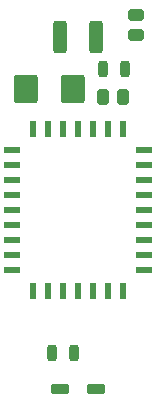
<source format=gtp>
G04 #@! TF.GenerationSoftware,KiCad,Pcbnew,7.0.1-0*
G04 #@! TF.CreationDate,2023-12-28T18:54:55-05:00*
G04 #@! TF.ProjectId,GW28R8128,47573238-5238-4313-9238-2e6b69636164,rev?*
G04 #@! TF.SameCoordinates,Original*
G04 #@! TF.FileFunction,Paste,Top*
G04 #@! TF.FilePolarity,Positive*
%FSLAX46Y46*%
G04 Gerber Fmt 4.6, Leading zero omitted, Abs format (unit mm)*
G04 Created by KiCad (PCBNEW 7.0.1-0) date 2023-12-28 18:54:55*
%MOMM*%
%LPD*%
G01*
G04 APERTURE LIST*
G04 Aperture macros list*
%AMRoundRect*
0 Rectangle with rounded corners*
0 $1 Rounding radius*
0 $2 $3 $4 $5 $6 $7 $8 $9 X,Y pos of 4 corners*
0 Add a 4 corners polygon primitive as box body*
4,1,4,$2,$3,$4,$5,$6,$7,$8,$9,$2,$3,0*
0 Add four circle primitives for the rounded corners*
1,1,$1+$1,$2,$3*
1,1,$1+$1,$4,$5*
1,1,$1+$1,$6,$7*
1,1,$1+$1,$8,$9*
0 Add four rect primitives between the rounded corners*
20,1,$1+$1,$2,$3,$4,$5,0*
20,1,$1+$1,$4,$5,$6,$7,0*
20,1,$1+$1,$6,$7,$8,$9,0*
20,1,$1+$1,$8,$9,$2,$3,0*%
G04 Aperture macros list end*
%ADD10RoundRect,0.125000X-0.150000X-0.587500X0.150000X-0.587500X0.150000X0.587500X-0.150000X0.587500X0*%
%ADD11RoundRect,0.125000X-0.587500X-0.150000X0.587500X-0.150000X0.587500X0.150000X-0.587500X0.150000X0*%
%ADD12RoundRect,0.237500X-0.437500X0.262500X-0.437500X-0.262500X0.437500X-0.262500X0.437500X0.262500X0*%
%ADD13RoundRect,0.187500X0.212500X0.487500X-0.212500X0.487500X-0.212500X-0.487500X0.212500X-0.487500X0*%
%ADD14RoundRect,0.187500X-0.212500X-0.487500X0.212500X-0.487500X0.212500X0.487500X-0.212500X0.487500X0*%
%ADD15RoundRect,0.175000X-0.625000X-0.225000X0.625000X-0.225000X0.625000X0.225000X-0.625000X0.225000X0*%
%ADD16RoundRect,0.275000X0.300000X1.100000X-0.300000X1.100000X-0.300000X-1.100000X0.300000X-1.100000X0*%
%ADD17RoundRect,0.290000X0.735000X0.935000X-0.735000X0.935000X-0.735000X-0.935000X0.735000X-0.935000X0*%
%ADD18RoundRect,0.237500X-0.262500X-0.437500X0.262500X-0.437500X0.262500X0.437500X-0.262500X0.437500X0*%
G04 APERTURE END LIST*
D10*
X48260000Y-29992500D03*
X46990000Y-29992500D03*
X45720000Y-29992500D03*
X44450000Y-29992500D03*
D11*
X42697500Y-31750000D03*
X42697500Y-33020000D03*
X42697500Y-34290000D03*
X42697500Y-35560000D03*
X42697500Y-36830000D03*
X42697500Y-38100000D03*
X42697500Y-39370000D03*
X42697500Y-40640000D03*
X42697500Y-41910000D03*
D10*
X44450000Y-43667500D03*
X45720000Y-43667500D03*
X46990000Y-43667500D03*
X48260000Y-43667500D03*
X49530000Y-43667500D03*
X50800000Y-43667500D03*
X52070000Y-43667500D03*
D11*
X53822500Y-41910000D03*
X53822500Y-40640000D03*
X53822500Y-39370000D03*
X53822500Y-38100000D03*
X53822500Y-36830000D03*
X53822500Y-35560000D03*
X53822500Y-34290000D03*
X53822500Y-33020000D03*
X53822500Y-31750000D03*
D10*
X52070000Y-29992500D03*
X50800000Y-29992500D03*
X49530000Y-29992500D03*
D12*
X53213000Y-20320000D03*
X53213000Y-22020000D03*
D13*
X47940000Y-48895000D03*
X46040000Y-48895000D03*
D14*
X50355500Y-24892000D03*
X52255500Y-24892000D03*
D15*
X49784000Y-51943000D03*
X46736000Y-51943000D03*
D16*
X49760000Y-22161500D03*
X46760000Y-22161500D03*
D17*
X47879000Y-26543000D03*
X43879000Y-26543000D03*
D18*
X50394500Y-27241500D03*
X52094500Y-27241500D03*
M02*

</source>
